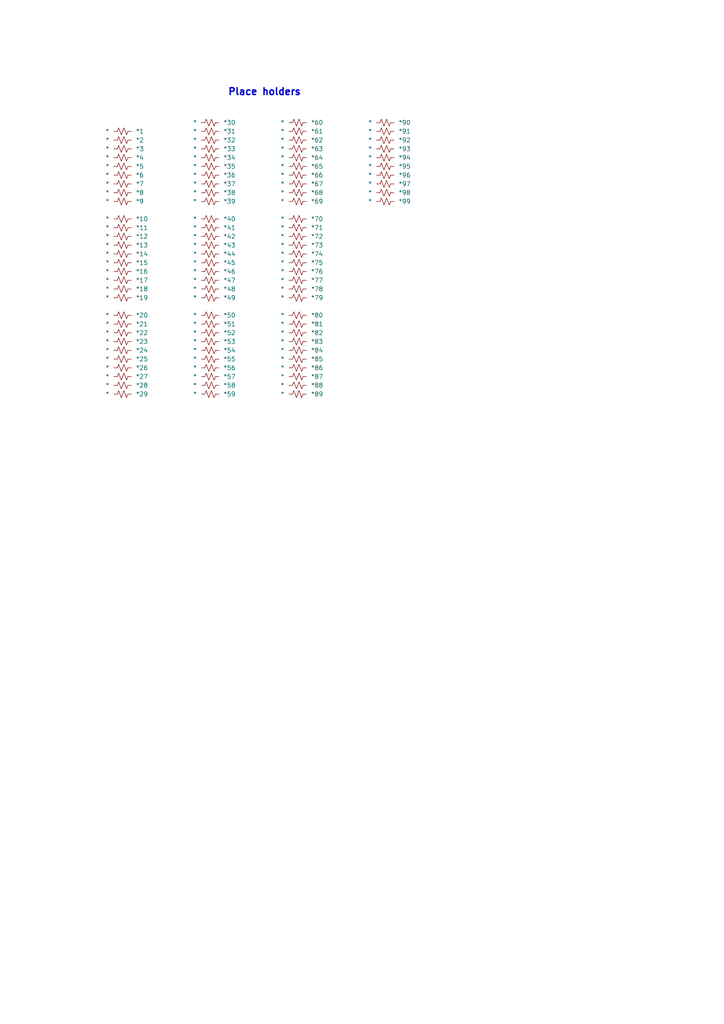
<source format=kicad_sch>
(kicad_sch (version 20230121) (generator eeschema)
  (paper "A4" portrait)
  (title_block (title "Passive components holder") (date "2024-05-04") (rev "DRAFT") (company "Sporniket") (comment 3 "https://github.com/sporniket/passive-components-holder") (comment 4 "Original repository : "))
  (lib_symbols
    (symbol "Device:R_Small_US" (pin_numbers hide) (pin_names (offset 0.254) hide)
      (property "Reference" "R" (at 0.762 0.508 0))
      (property "Value" "R_Small_US" (at 0.762 -1.016 0))
      (symbol "R_Small_US_1_1"
        (polyline (pts (xy 0 0) (xy 1.016 -0.381) (xy 0 -0.762) (xy -1.016 -1.143) (xy 0 -1.524)))
        (polyline (pts (xy 0 1.524) (xy 1.016 1.143) (xy 0 0.762) (xy -1.016 0.381) (xy 0 0)))
        (pin passive line (at 0 2.54 270) (length 1.016) (name "~") (number "1"))
        (pin passive line (at 0 -2.54 90) (length 1.016) (name "~") (number "2"))
      )
    )
  )
  (text "Place holders" (at 66.04 27.94 0) (effects (font (size 2 2) (thickness 0.4) bold) (justify left bottom)))
  (symbol (lib_id "Device:R_Small_US") (at 35.56 53.34 90) (unit 1)
    (property "Reference" "*7" (at 39.37 53.34 90) (effects (justify right)))
    (property "Value" "*" (at 31.75 53.34 90) (effects (justify left)))
  )
  (symbol (lib_id "Device:R_Small_US") (at 35.56 106.68 90) (unit 1)
    (property "Reference" "*26" (at 39.37 106.68 90) (effects (justify right)))
    (property "Value" "*" (at 31.75 106.68 90) (effects (justify left)))
  )
  (symbol (lib_id "Device:R_Small_US") (at 60.96 81.28 90) (unit 1)
    (property "Reference" "*47" (at 64.77 81.28 90) (effects (justify right)))
    (property "Value" "*" (at 57.15 81.28 90) (effects (justify left)))
  )
  (symbol (lib_id "Device:R_Small_US") (at 60.96 93.98 90) (unit 1)
    (property "Reference" "*51" (at 64.77 93.98 90) (effects (justify right)))
    (property "Value" "*" (at 57.15 93.98 90) (effects (justify left)))
  )
  (symbol (lib_id "Device:R_Small_US") (at 111.76 53.34 90) (unit 1)
    (property "Reference" "*97" (at 115.57 53.34 90) (effects (justify right)))
    (property "Value" "*" (at 107.95 53.34 90) (effects (justify left)))
  )
  (symbol (lib_id "Device:R_Small_US") (at 86.36 78.74 90) (unit 1)
    (property "Reference" "*76" (at 90.17 78.74 90) (effects (justify right)))
    (property "Value" "*" (at 82.55 78.74 90) (effects (justify left)))
  )
  (symbol (lib_id "Device:R_Small_US") (at 35.56 99.06 90) (unit 1)
    (property "Reference" "*23" (at 39.37 99.06 90) (effects (justify right)))
    (property "Value" "*" (at 31.75 99.06 90) (effects (justify left)))
  )
  (symbol (lib_id "Device:R_Small_US") (at 86.36 81.28 90) (unit 1)
    (property "Reference" "*77" (at 90.17 81.28 90) (effects (justify right)))
    (property "Value" "*" (at 82.55 81.28 90) (effects (justify left)))
  )
  (symbol (lib_id "Device:R_Small_US") (at 60.96 63.5 90) (unit 1)
    (property "Reference" "*40" (at 64.77 63.5 90) (effects (justify right)))
    (property "Value" "*" (at 57.15 63.5 90) (effects (justify left)))
  )
  (symbol (lib_id "Device:R_Small_US") (at 111.76 48.26 90) (unit 1)
    (property "Reference" "*95" (at 115.57 48.26 90) (effects (justify right)))
    (property "Value" "*" (at 107.95 48.26 90) (effects (justify left)))
  )
  (symbol (lib_id "Device:R_Small_US") (at 86.36 99.06 90) (unit 1)
    (property "Reference" "*83" (at 90.17 99.06 90) (effects (justify right)))
    (property "Value" "*" (at 82.55 99.06 90) (effects (justify left)))
  )
  (symbol (lib_id "Device:R_Small_US") (at 111.76 35.56 90) (unit 1)
    (property "Reference" "*90" (at 115.57 35.56 90) (effects (justify right)))
    (property "Value" "*" (at 107.95 35.56 90) (effects (justify left)))
  )
  (symbol (lib_id "Device:R_Small_US") (at 60.96 86.36 90) (unit 1)
    (property "Reference" "*49" (at 64.77 86.36 90) (effects (justify right)))
    (property "Value" "*" (at 57.15 86.36 90) (effects (justify left)))
  )
  (symbol (lib_id "Device:R_Small_US") (at 35.56 55.88 90) (unit 1)
    (property "Reference" "*8" (at 39.37 55.88 90) (effects (justify right)))
    (property "Value" "*" (at 31.75 55.88 90) (effects (justify left)))
  )
  (symbol (lib_id "Device:R_Small_US") (at 111.76 45.72 90) (unit 1)
    (property "Reference" "*94" (at 115.57 45.72 90) (effects (justify right)))
    (property "Value" "*" (at 107.95 45.72 90) (effects (justify left)))
  )
  (symbol (lib_id "Device:R_Small_US") (at 60.96 43.18 90) (unit 1)
    (property "Reference" "*33" (at 64.77 43.18 90) (effects (justify right)))
    (property "Value" "*" (at 57.15 43.18 90) (effects (justify left)))
  )
  (symbol (lib_id "Device:R_Small_US") (at 86.36 114.3 90) (unit 1)
    (property "Reference" "*89" (at 90.17 114.3 90) (effects (justify right)))
    (property "Value" "*" (at 82.55 114.3 90) (effects (justify left)))
  )
  (symbol (lib_id "Device:R_Small_US") (at 60.96 78.74 90) (unit 1)
    (property "Reference" "*46" (at 64.77 78.74 90) (effects (justify right)))
    (property "Value" "*" (at 57.15 78.74 90) (effects (justify left)))
  )
  (symbol (lib_id "Device:R_Small_US") (at 35.56 66.04 90) (unit 1)
    (property "Reference" "*11" (at 39.37 66.04 90) (effects (justify right)))
    (property "Value" "*" (at 31.75 66.04 90) (effects (justify left)))
  )
  (symbol (lib_id "Device:R_Small_US") (at 35.56 91.44 90) (unit 1)
    (property "Reference" "*20" (at 39.37 91.44 90) (effects (justify right)))
    (property "Value" "*" (at 31.75 91.44 90) (effects (justify left)))
  )
  (symbol (lib_id "Device:R_Small_US") (at 111.76 43.18 90) (unit 1)
    (property "Reference" "*93" (at 115.57 43.18 90) (effects (justify right)))
    (property "Value" "*" (at 107.95 43.18 90) (effects (justify left)))
  )
  (symbol (lib_id "Device:R_Small_US") (at 86.36 45.72 90) (unit 1)
    (property "Reference" "*64" (at 90.17 45.72 90) (effects (justify right)))
    (property "Value" "*" (at 82.55 45.72 90) (effects (justify left)))
  )
  (symbol (lib_id "Device:R_Small_US") (at 60.96 83.82 90) (unit 1)
    (property "Reference" "*48" (at 64.77 83.82 90) (effects (justify right)))
    (property "Value" "*" (at 57.15 83.82 90) (effects (justify left)))
  )
  (symbol (lib_id "Device:R_Small_US") (at 86.36 55.88 90) (unit 1)
    (property "Reference" "*68" (at 90.17 55.88 90) (effects (justify right)))
    (property "Value" "*" (at 82.55 55.88 90) (effects (justify left)))
  )
  (symbol (lib_id "Device:R_Small_US") (at 86.36 96.52 90) (unit 1)
    (property "Reference" "*82" (at 90.17 96.52 90) (effects (justify right)))
    (property "Value" "*" (at 82.55 96.52 90) (effects (justify left)))
  )
  (symbol (lib_id "Device:R_Small_US") (at 86.36 73.66 90) (unit 1)
    (property "Reference" "*74" (at 90.17 73.66 90) (effects (justify right)))
    (property "Value" "*" (at 82.55 73.66 90) (effects (justify left)))
  )
  (symbol (lib_id "Device:R_Small_US") (at 86.36 63.5 90) (unit 1)
    (property "Reference" "*70" (at 90.17 63.5 90) (effects (justify right)))
    (property "Value" "*" (at 82.55 63.5 90) (effects (justify left)))
  )
  (symbol (lib_id "Device:R_Small_US") (at 35.56 40.64 90) (unit 1)
    (property "Reference" "*2" (at 39.37 40.64 90) (effects (justify right)))
    (property "Value" "*" (at 31.75 40.64 90) (effects (justify left)))
  )
  (symbol (lib_id "Device:R_Small_US") (at 60.96 73.66 90) (unit 1)
    (property "Reference" "*44" (at 64.77 73.66 90) (effects (justify right)))
    (property "Value" "*" (at 57.15 73.66 90) (effects (justify left)))
  )
  (symbol (lib_id "Device:R_Small_US") (at 60.96 114.3 90) (unit 1)
    (property "Reference" "*59" (at 64.77 114.3 90) (effects (justify right)))
    (property "Value" "*" (at 57.15 114.3 90) (effects (justify left)))
  )
  (symbol (lib_id "Device:R_Small_US") (at 86.36 109.22 90) (unit 1)
    (property "Reference" "*87" (at 90.17 109.22 90) (effects (justify right)))
    (property "Value" "*" (at 82.55 109.22 90) (effects (justify left)))
  )
  (symbol (lib_id "Device:R_Small_US") (at 60.96 55.88 90) (unit 1)
    (property "Reference" "*38" (at 64.77 55.88 90) (effects (justify right)))
    (property "Value" "*" (at 57.15 55.88 90) (effects (justify left)))
  )
  (symbol (lib_id "Device:R_Small_US") (at 60.96 109.22 90) (unit 1)
    (property "Reference" "*57" (at 64.77 109.22 90) (effects (justify right)))
    (property "Value" "*" (at 57.15 109.22 90) (effects (justify left)))
  )
  (symbol (lib_id "Device:R_Small_US") (at 35.56 86.36 90) (unit 1)
    (property "Reference" "*19" (at 39.37 86.36 90) (effects (justify right)))
    (property "Value" "*" (at 31.75 86.36 90) (effects (justify left)))
  )
  (symbol (lib_id "Device:R_Small_US") (at 86.36 66.04 90) (unit 1)
    (property "Reference" "*71" (at 90.17 66.04 90) (effects (justify right)))
    (property "Value" "*" (at 82.55 66.04 90) (effects (justify left)))
  )
  (symbol (lib_id "Device:R_Small_US") (at 60.96 40.64 90) (unit 1)
    (property "Reference" "*32" (at 64.77 40.64 90) (effects (justify right)))
    (property "Value" "*" (at 57.15 40.64 90) (effects (justify left)))
  )
  (symbol (lib_id "Device:R_Small_US") (at 35.56 58.42 90) (unit 1)
    (property "Reference" "*9" (at 39.37 58.42 90) (effects (justify right)))
    (property "Value" "*" (at 31.75 58.42 90) (effects (justify left)))
  )
  (symbol (lib_id "Device:R_Small_US") (at 60.96 91.44 90) (unit 1)
    (property "Reference" "*50" (at 64.77 91.44 90) (effects (justify right)))
    (property "Value" "*" (at 57.15 91.44 90) (effects (justify left)))
  )
  (symbol (lib_id "Device:R_Small_US") (at 60.96 50.8 90) (unit 1)
    (property "Reference" "*36" (at 64.77 50.8 90) (effects (justify right)))
    (property "Value" "*" (at 57.15 50.8 90) (effects (justify left)))
  )
  (symbol (lib_id "Device:R_Small_US") (at 35.56 96.52 90) (unit 1)
    (property "Reference" "*22" (at 39.37 96.52 90) (effects (justify right)))
    (property "Value" "*" (at 31.75 96.52 90) (effects (justify left)))
  )
  (symbol (lib_id "Device:R_Small_US") (at 35.56 101.6 90) (unit 1)
    (property "Reference" "*24" (at 39.37 101.6 90) (effects (justify right)))
    (property "Value" "*" (at 31.75 101.6 90) (effects (justify left)))
  )
  (symbol (lib_id "Device:R_Small_US") (at 35.56 73.66 90) (unit 1)
    (property "Reference" "*14" (at 39.37 73.66 90) (effects (justify right)))
    (property "Value" "*" (at 31.75 73.66 90) (effects (justify left)))
  )
  (symbol (lib_id "Device:R_Small_US") (at 86.36 68.58 90) (unit 1)
    (property "Reference" "*72" (at 90.17 68.58 90) (effects (justify right)))
    (property "Value" "*" (at 82.55 68.58 90) (effects (justify left)))
  )
  (symbol (lib_id "Device:R_Small_US") (at 35.56 76.2 90) (unit 1)
    (property "Reference" "*15" (at 39.37 76.2 90) (effects (justify right)))
    (property "Value" "*" (at 31.75 76.2 90) (effects (justify left)))
  )
  (symbol (lib_id "Device:R_Small_US") (at 60.96 104.14 90) (unit 1)
    (property "Reference" "*55" (at 64.77 104.14 90) (effects (justify right)))
    (property "Value" "*" (at 57.15 104.14 90) (effects (justify left)))
  )
  (symbol (lib_id "Device:R_Small_US") (at 86.36 83.82 90) (unit 1)
    (property "Reference" "*78" (at 90.17 83.82 90) (effects (justify right)))
    (property "Value" "*" (at 82.55 83.82 90) (effects (justify left)))
  )
  (symbol (lib_id "Device:R_Small_US") (at 86.36 93.98 90) (unit 1)
    (property "Reference" "*81" (at 90.17 93.98 90) (effects (justify right)))
    (property "Value" "*" (at 82.55 93.98 90) (effects (justify left)))
  )
  (symbol (lib_id "Device:R_Small_US") (at 35.56 71.12 90) (unit 1)
    (property "Reference" "*13" (at 39.37 71.12 90) (effects (justify right)))
    (property "Value" "*" (at 31.75 71.12 90) (effects (justify left)))
  )
  (symbol (lib_id "Device:R_Small_US") (at 60.96 106.68 90) (unit 1)
    (property "Reference" "*56" (at 64.77 106.68 90) (effects (justify right)))
    (property "Value" "*" (at 57.15 106.68 90) (effects (justify left)))
  )
  (symbol (lib_id "Device:R_Small_US") (at 86.36 101.6 90) (unit 1)
    (property "Reference" "*84" (at 90.17 101.6 90) (effects (justify right)))
    (property "Value" "*" (at 82.55 101.6 90) (effects (justify left)))
  )
  (symbol (lib_id "Device:R_Small_US") (at 86.36 35.56 90) (unit 1)
    (property "Reference" "*60" (at 90.17 35.56 90) (effects (justify right)))
    (property "Value" "*" (at 82.55 35.56 90) (effects (justify left)))
  )
  (symbol (lib_id "Device:R_Small_US") (at 86.36 91.44 90) (unit 1)
    (property "Reference" "*80" (at 90.17 91.44 90) (effects (justify right)))
    (property "Value" "*" (at 82.55 91.44 90) (effects (justify left)))
  )
  (symbol (lib_id "Device:R_Small_US") (at 60.96 48.26 90) (unit 1)
    (property "Reference" "*35" (at 64.77 48.26 90) (effects (justify right)))
    (property "Value" "*" (at 57.15 48.26 90) (effects (justify left)))
  )
  (symbol (lib_id "Device:R_Small_US") (at 60.96 45.72 90) (unit 1)
    (property "Reference" "*34" (at 64.77 45.72 90) (effects (justify right)))
    (property "Value" "*" (at 57.15 45.72 90) (effects (justify left)))
  )
  (symbol (lib_id "Device:R_Small_US") (at 60.96 58.42 90) (unit 1)
    (property "Reference" "*39" (at 64.77 58.42 90) (effects (justify right)))
    (property "Value" "*" (at 57.15 58.42 90) (effects (justify left)))
  )
  (symbol (lib_id "Device:R_Small_US") (at 35.56 109.22 90) (unit 1)
    (property "Reference" "*27" (at 39.37 109.22 90) (effects (justify right)))
    (property "Value" "*" (at 31.75 109.22 90) (effects (justify left)))
  )
  (symbol (lib_id "Device:R_Small_US") (at 60.96 96.52 90) (unit 1)
    (property "Reference" "*52" (at 64.77 96.52 90) (effects (justify right)))
    (property "Value" "*" (at 57.15 96.52 90) (effects (justify left)))
  )
  (symbol (lib_id "Device:R_Small_US") (at 35.56 111.76 90) (unit 1)
    (property "Reference" "*28" (at 39.37 111.76 90) (effects (justify right)))
    (property "Value" "*" (at 31.75 111.76 90) (effects (justify left)))
  )
  (symbol (lib_id "Device:R_Small_US") (at 86.36 86.36 90) (unit 1)
    (property "Reference" "*79" (at 90.17 86.36 90) (effects (justify right)))
    (property "Value" "*" (at 82.55 86.36 90) (effects (justify left)))
  )
  (symbol (lib_id "Device:R_Small_US") (at 35.56 81.28 90) (unit 1)
    (property "Reference" "*17" (at 39.37 81.28 90) (effects (justify right)))
    (property "Value" "*" (at 31.75 81.28 90) (effects (justify left)))
  )
  (symbol (lib_id "Device:R_Small_US") (at 60.96 38.1 90) (unit 1)
    (property "Reference" "*31" (at 64.77 38.1 90) (effects (justify right)))
    (property "Value" "*" (at 57.15 38.1 90) (effects (justify left)))
  )
  (symbol (lib_id "Device:R_Small_US") (at 60.96 35.56 90) (unit 1)
    (property "Reference" "*30" (at 64.77 35.56 90) (effects (justify right)))
    (property "Value" "*" (at 57.15 35.56 90) (effects (justify left)))
  )
  (symbol (lib_id "Device:R_Small_US") (at 111.76 58.42 90) (unit 1)
    (property "Reference" "*99" (at 115.57 58.42 90) (effects (justify right)))
    (property "Value" "*" (at 107.95 58.42 90) (effects (justify left)))
  )
  (symbol (lib_id "Device:R_Small_US") (at 35.56 114.3 90) (unit 1)
    (property "Reference" "*29" (at 39.37 114.3 90) (effects (justify right)))
    (property "Value" "*" (at 31.75 114.3 90) (effects (justify left)))
  )
  (symbol (lib_id "Device:R_Small_US") (at 60.96 66.04 90) (unit 1)
    (property "Reference" "*41" (at 64.77 66.04 90) (effects (justify right)))
    (property "Value" "*" (at 57.15 66.04 90) (effects (justify left)))
  )
  (symbol (lib_id "Device:R_Small_US") (at 35.56 63.5 90) (unit 1)
    (property "Reference" "*10" (at 39.37 63.5 90) (effects (justify right)))
    (property "Value" "*" (at 31.75 63.5 90) (effects (justify left)))
  )
  (symbol (lib_id "Device:R_Small_US") (at 111.76 50.8 90) (unit 1)
    (property "Reference" "*96" (at 115.57 50.8 90) (effects (justify right)))
    (property "Value" "*" (at 107.95 50.8 90) (effects (justify left)))
  )
  (symbol (lib_id "Device:R_Small_US") (at 60.96 76.2 90) (unit 1)
    (property "Reference" "*45" (at 64.77 76.2 90) (effects (justify right)))
    (property "Value" "*" (at 57.15 76.2 90) (effects (justify left)))
  )
  (symbol (lib_id "Device:R_Small_US") (at 86.36 104.14 90) (unit 1)
    (property "Reference" "*85" (at 90.17 104.14 90) (effects (justify right)))
    (property "Value" "*" (at 82.55 104.14 90) (effects (justify left)))
  )
  (symbol (lib_id "Device:R_Small_US") (at 35.56 78.74 90) (unit 1)
    (property "Reference" "*16" (at 39.37 78.74 90) (effects (justify right)))
    (property "Value" "*" (at 31.75 78.74 90) (effects (justify left)))
  )
  (symbol (lib_id "Device:R_Small_US") (at 35.56 38.1 90) (unit 1)
    (property "Reference" "*1" (at 39.37 38.1 90) (effects (justify right)))
    (property "Value" "*" (at 31.75 38.1 90) (effects (justify left)))
  )
  (symbol (lib_id "Device:R_Small_US") (at 86.36 43.18 90) (unit 1)
    (property "Reference" "*63" (at 90.17 43.18 90) (effects (justify right)))
    (property "Value" "*" (at 82.55 43.18 90) (effects (justify left)))
  )
  (symbol (lib_id "Device:R_Small_US") (at 35.56 48.26 90) (unit 1)
    (property "Reference" "*5" (at 39.37 48.26 90) (effects (justify right)))
    (property "Value" "*" (at 31.75 48.26 90) (effects (justify left)))
  )
  (symbol (lib_id "Device:R_Small_US") (at 86.36 40.64 90) (unit 1)
    (property "Reference" "*62" (at 90.17 40.64 90) (effects (justify right)))
    (property "Value" "*" (at 82.55 40.64 90) (effects (justify left)))
  )
  (symbol (lib_id "Device:R_Small_US") (at 35.56 68.58 90) (unit 1)
    (property "Reference" "*12" (at 39.37 68.58 90) (effects (justify right)))
    (property "Value" "*" (at 31.75 68.58 90) (effects (justify left)))
  )
  (symbol (lib_id "Device:R_Small_US") (at 86.36 106.68 90) (unit 1)
    (property "Reference" "*86" (at 90.17 106.68 90) (effects (justify right)))
    (property "Value" "*" (at 82.55 106.68 90) (effects (justify left)))
  )
  (symbol (lib_id "Device:R_Small_US") (at 35.56 50.8 90) (unit 1)
    (property "Reference" "*6" (at 39.37 50.8 90) (effects (justify right)))
    (property "Value" "*" (at 31.75 50.8 90) (effects (justify left)))
  )
  (symbol (lib_id "Device:R_Small_US") (at 111.76 40.64 90) (unit 1)
    (property "Reference" "*92" (at 115.57 40.64 90) (effects (justify right)))
    (property "Value" "*" (at 107.95 40.64 90) (effects (justify left)))
  )
  (symbol (lib_id "Device:R_Small_US") (at 60.96 101.6 90) (unit 1)
    (property "Reference" "*54" (at 64.77 101.6 90) (effects (justify right)))
    (property "Value" "*" (at 57.15 101.6 90) (effects (justify left)))
  )
  (symbol (lib_id "Device:R_Small_US") (at 111.76 38.1 90) (unit 1)
    (property "Reference" "*91" (at 115.57 38.1 90) (effects (justify right)))
    (property "Value" "*" (at 107.95 38.1 90) (effects (justify left)))
  )
  (symbol (lib_id "Device:R_Small_US") (at 86.36 58.42 90) (unit 1)
    (property "Reference" "*69" (at 90.17 58.42 90) (effects (justify right)))
    (property "Value" "*" (at 82.55 58.42 90) (effects (justify left)))
  )
  (symbol (lib_id "Device:R_Small_US") (at 86.36 48.26 90) (unit 1)
    (property "Reference" "*65" (at 90.17 48.26 90) (effects (justify right)))
    (property "Value" "*" (at 82.55 48.26 90) (effects (justify left)))
  )
  (symbol (lib_id "Device:R_Small_US") (at 86.36 53.34 90) (unit 1)
    (property "Reference" "*67" (at 90.17 53.34 90) (effects (justify right)))
    (property "Value" "*" (at 82.55 53.34 90) (effects (justify left)))
  )
  (symbol (lib_id "Device:R_Small_US") (at 86.36 38.1 90) (unit 1)
    (property "Reference" "*61" (at 90.17 38.1 90) (effects (justify right)))
    (property "Value" "*" (at 82.55 38.1 90) (effects (justify left)))
  )
  (symbol (lib_id "Device:R_Small_US") (at 35.56 43.18 90) (unit 1)
    (property "Reference" "*3" (at 39.37 43.18 90) (effects (justify right)))
    (property "Value" "*" (at 31.75 43.18 90) (effects (justify left)))
  )
  (symbol (lib_id "Device:R_Small_US") (at 86.36 111.76 90) (unit 1)
    (property "Reference" "*88" (at 90.17 111.76 90) (effects (justify right)))
    (property "Value" "*" (at 82.55 111.76 90) (effects (justify left)))
  )
  (symbol (lib_id "Device:R_Small_US") (at 35.56 45.72 90) (unit 1)
    (property "Reference" "*4" (at 39.37 45.72 90) (effects (justify right)))
    (property "Value" "*" (at 31.75 45.72 90) (effects (justify left)))
  )
  (symbol (lib_id "Device:R_Small_US") (at 86.36 50.8 90) (unit 1)
    (property "Reference" "*66" (at 90.17 50.8 90) (effects (justify right)))
    (property "Value" "*" (at 82.55 50.8 90) (effects (justify left)))
  )
  (symbol (lib_id "Device:R_Small_US") (at 60.96 99.06 90) (unit 1)
    (property "Reference" "*53" (at 64.77 99.06 90) (effects (justify right)))
    (property "Value" "*" (at 57.15 99.06 90) (effects (justify left)))
  )
  (symbol (lib_id "Device:R_Small_US") (at 35.56 83.82 90) (unit 1)
    (property "Reference" "*18" (at 39.37 83.82 90) (effects (justify right)))
    (property "Value" "*" (at 31.75 83.82 90) (effects (justify left)))
  )
  (symbol (lib_id "Device:R_Small_US") (at 60.96 68.58 90) (unit 1)
    (property "Reference" "*42" (at 64.77 68.58 90) (effects (justify right)))
    (property "Value" "*" (at 57.15 68.58 90) (effects (justify left)))
  )
  (symbol (lib_id "Device:R_Small_US") (at 35.56 93.98 90) (unit 1)
    (property "Reference" "*21" (at 39.37 93.98 90) (effects (justify right)))
    (property "Value" "*" (at 31.75 93.98 90) (effects (justify left)))
  )
  (symbol (lib_id "Device:R_Small_US") (at 111.76 55.88 90) (unit 1)
    (property "Reference" "*98" (at 115.57 55.88 90) (effects (justify right)))
    (property "Value" "*" (at 107.95 55.88 90) (effects (justify left)))
  )
  (symbol (lib_id "Device:R_Small_US") (at 86.36 76.2 90) (unit 1)
    (property "Reference" "*75" (at 90.17 76.2 90) (effects (justify right)))
    (property "Value" "*" (at 82.55 76.2 90) (effects (justify left)))
  )
  (symbol (lib_id "Device:R_Small_US") (at 60.96 53.34 90) (unit 1)
    (property "Reference" "*37" (at 64.77 53.34 90) (effects (justify right)))
    (property "Value" "*" (at 57.15 53.34 90) (effects (justify left)))
  )
  (symbol (lib_id "Device:R_Small_US") (at 86.36 71.12 90) (unit 1)
    (property "Reference" "*73" (at 90.17 71.12 90) (effects (justify right)))
    (property "Value" "*" (at 82.55 71.12 90) (effects (justify left)))
  )
  (symbol (lib_id "Device:R_Small_US") (at 35.56 104.14 90) (unit 1)
    (property "Reference" "*25" (at 39.37 104.14 90) (effects (justify right)))
    (property "Value" "*" (at 31.75 104.14 90) (effects (justify left)))
  )
  (symbol (lib_id "Device:R_Small_US") (at 60.96 71.12 90) (unit 1)
    (property "Reference" "*43" (at 64.77 71.12 90) (effects (justify right)))
    (property "Value" "*" (at 57.15 71.12 90) (effects (justify left)))
  )
  (symbol (lib_id "Device:R_Small_US") (at 60.96 111.76 90) (unit 1)
    (property "Reference" "*58" (at 64.77 111.76 90) (effects (justify right)))
    (property "Value" "*" (at 57.15 111.76 90) (effects (justify left)))
  )
)
</source>
